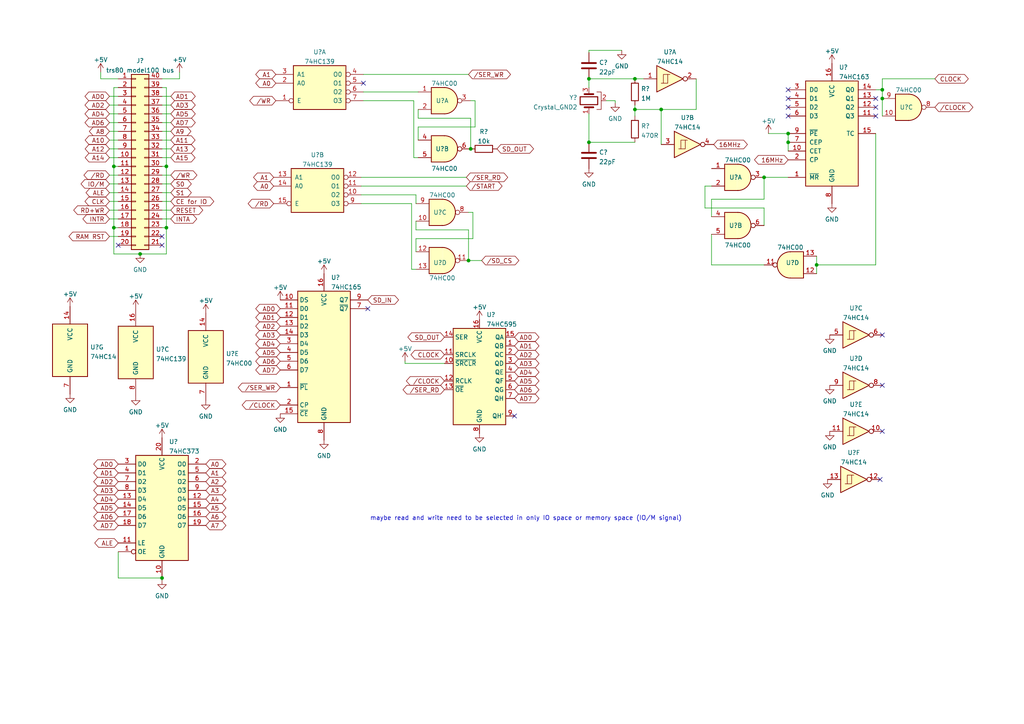
<source format=kicad_sch>
(kicad_sch (version 20211123) (generator eeschema)
  (paper "A4")
  (lib_symbols
    (symbol "74xx:74HC14" (pin_names (offset 1.016))
      (property "Reference" "U" (at 0 1.27 0))
      (property "Value" "74HC14" (at 0 -1.27 0))
      (symbol "74HC14_1_0"
        (pin input line (at -7.62 0 0) (length 3.81) (name "~") (number "1"))
        (pin output inverted (at 7.62 0 180) (length 3.81) (name "~") (number "2"))
      )
      (symbol "74HC14_2_0"
        (pin input line (at -7.62 0 0) (length 3.81) (name "~") (number "3"))
        (pin output inverted (at 7.62 0 180) (length 3.81) (name "~") (number "4"))
      )
      (symbol "74HC14_3_0"
        (pin input line (at -7.62 0 0) (length 3.81) (name "~") (number "5"))
        (pin output inverted (at 7.62 0 180) (length 3.81) (name "~") (number "6"))
      )
      (symbol "74HC14_4_0"
        (pin output inverted (at 7.62 0 180) (length 3.81) (name "~") (number "8"))
        (pin input line (at -7.62 0 0) (length 3.81) (name "~") (number "9"))
      )
      (symbol "74HC14_5_0"
        (pin output inverted (at 7.62 0 180) (length 3.81) (name "~") (number "10"))
        (pin input line (at -7.62 0 0) (length 3.81) (name "~") (number "11"))
      )
      (symbol "74HC14_6_0"
        (pin output inverted (at 7.62 0 180) (length 3.81) (name "~") (number "12"))
        (pin input line (at -7.62 0 0) (length 3.81) (name "~") (number "13"))
      )
      (symbol "74HC14_7_0"
        (pin power_in line (at 0 12.7 270) (length 5.08) (name "VCC") (number "14"))
        (pin power_in line (at 0 -12.7 90) (length 5.08) (name "GND") (number "7"))
      )
    )
    (symbol "74xx:74HC373"
      (property "Reference" "U" (at -7.62 16.51 0))
      (property "Value" "74HC373" (at -7.62 -16.51 0))
      (symbol "74HC373_1_0"
        (pin input inverted (at -12.7 -12.7 0) (length 5.08) (name "OE") (number "1"))
        (pin power_in line (at 0 -20.32 90) (length 5.08) (name "GND") (number "10"))
        (pin input line (at -12.7 -10.16 0) (length 5.08) (name "LE") (number "11"))
        (pin tri_state line (at 12.7 2.54 180) (length 5.08) (name "O4") (number "12"))
        (pin input line (at -12.7 2.54 0) (length 5.08) (name "D4") (number "13"))
        (pin input line (at -12.7 0 0) (length 5.08) (name "D5") (number "14"))
        (pin tri_state line (at 12.7 0 180) (length 5.08) (name "O5") (number "15"))
        (pin tri_state line (at 12.7 -2.54 180) (length 5.08) (name "O6") (number "16"))
        (pin input line (at -12.7 -2.54 0) (length 5.08) (name "D6") (number "17"))
        (pin input line (at -12.7 -5.08 0) (length 5.08) (name "D7") (number "18"))
        (pin tri_state line (at 12.7 -5.08 180) (length 5.08) (name "O7") (number "19"))
        (pin tri_state line (at 12.7 12.7 180) (length 5.08) (name "O0") (number "2"))
        (pin power_in line (at 0 20.32 270) (length 5.08) (name "VCC") (number "20"))
        (pin input line (at -12.7 12.7 0) (length 5.08) (name "D0") (number "3"))
        (pin input line (at -12.7 10.16 0) (length 5.08) (name "D1") (number "4"))
        (pin tri_state line (at 12.7 10.16 180) (length 5.08) (name "O1") (number "5"))
        (pin tri_state line (at 12.7 7.62 180) (length 5.08) (name "O2") (number "6"))
        (pin input line (at -12.7 7.62 0) (length 5.08) (name "D2") (number "7"))
        (pin input line (at -12.7 5.08 0) (length 5.08) (name "D3") (number "8"))
        (pin tri_state line (at 12.7 5.08 180) (length 5.08) (name "O3") (number "9"))
      )
    )
    (symbol "74xx:74LS00" (pin_names (offset 1.016))
      (property "Reference" "U" (at 0 1.27 0))
      (property "Value" "74LS00" (at 0 -1.27 0))
      (symbol "74LS00_1_1"
        (pin input line (at -7.62 2.54 0) (length 3.81) (name "~") (number "1"))
        (pin input line (at -7.62 -2.54 0) (length 3.81) (name "~") (number "2"))
        (pin output inverted (at 7.62 0 180) (length 3.81) (name "~") (number "3"))
      )
      (symbol "74LS00_1_2"
        (pin input inverted (at -7.62 2.54 0) (length 4.318) (name "~") (number "1"))
        (pin input inverted (at -7.62 -2.54 0) (length 4.318) (name "~") (number "2"))
        (pin output line (at 7.62 0 180) (length 3.81) (name "~") (number "3"))
      )
      (symbol "74LS00_2_1"
        (pin input line (at -7.62 2.54 0) (length 3.81) (name "~") (number "4"))
        (pin input line (at -7.62 -2.54 0) (length 3.81) (name "~") (number "5"))
        (pin output inverted (at 7.62 0 180) (length 3.81) (name "~") (number "6"))
      )
      (symbol "74LS00_2_2"
        (pin input inverted (at -7.62 2.54 0) (length 4.318) (name "~") (number "4"))
        (pin input inverted (at -7.62 -2.54 0) (length 4.318) (name "~") (number "5"))
        (pin output line (at 7.62 0 180) (length 3.81) (name "~") (number "6"))
      )
      (symbol "74LS00_3_1"
        (pin input line (at -7.62 -2.54 0) (length 3.81) (name "~") (number "10"))
        (pin output inverted (at 7.62 0 180) (length 3.81) (name "~") (number "8"))
        (pin input line (at -7.62 2.54 0) (length 3.81) (name "~") (number "9"))
      )
      (symbol "74LS00_3_2"
        (pin input inverted (at -7.62 -2.54 0) (length 4.318) (name "~") (number "10"))
        (pin output line (at 7.62 0 180) (length 3.81) (name "~") (number "8"))
        (pin input inverted (at -7.62 2.54 0) (length 4.318) (name "~") (number "9"))
      )
      (symbol "74LS00_4_1"
        (pin output inverted (at 7.62 0 180) (length 3.81) (name "~") (number "11"))
        (pin input line (at -7.62 2.54 0) (length 3.81) (name "~") (number "12"))
        (pin input line (at -7.62 -2.54 0) (length 3.81) (name "~") (number "13"))
      )
      (symbol "74LS00_4_2"
        (pin output line (at 7.62 0 180) (length 3.81) (name "~") (number "11"))
        (pin input inverted (at -7.62 2.54 0) (length 4.318) (name "~") (number "12"))
        (pin input inverted (at -7.62 -2.54 0) (length 4.318) (name "~") (number "13"))
      )
      (symbol "74LS00_5_0"
        (pin power_in line (at 0 12.7 270) (length 5.08) (name "VCC") (number "14"))
        (pin power_in line (at 0 -12.7 90) (length 5.08) (name "GND") (number "7"))
      )
    )
    (symbol "74xx:74LS139" (pin_names (offset 1.016))
      (property "Reference" "U" (at -7.62 8.89 0))
      (property "Value" "74LS139" (at -7.62 -8.89 0))
      (symbol "74LS139_1_0"
        (pin input inverted (at -12.7 -5.08 0) (length 5.08) (name "E") (number "1"))
        (pin input line (at -12.7 0 0) (length 5.08) (name "A0") (number "2"))
        (pin input line (at -12.7 2.54 0) (length 5.08) (name "A1") (number "3"))
        (pin output inverted (at 12.7 2.54 180) (length 5.08) (name "O0") (number "4"))
        (pin output inverted (at 12.7 0 180) (length 5.08) (name "O1") (number "5"))
        (pin output inverted (at 12.7 -2.54 180) (length 5.08) (name "O2") (number "6"))
        (pin output inverted (at 12.7 -5.08 180) (length 5.08) (name "O3") (number "7"))
      )
      (symbol "74LS139_2_0"
        (pin output inverted (at 12.7 -2.54 180) (length 5.08) (name "O2") (number "10"))
        (pin output inverted (at 12.7 0 180) (length 5.08) (name "O1") (number "11"))
        (pin output inverted (at 12.7 2.54 180) (length 5.08) (name "O0") (number "12"))
        (pin input line (at -12.7 2.54 0) (length 5.08) (name "A1") (number "13"))
        (pin input line (at -12.7 0 0) (length 5.08) (name "A0") (number "14"))
        (pin input inverted (at -12.7 -5.08 0) (length 5.08) (name "E") (number "15"))
        (pin output inverted (at 12.7 -5.08 180) (length 5.08) (name "O3") (number "9"))
      )
      (symbol "74LS139_3_0"
        (pin power_in line (at 0 12.7 270) (length 5.08) (name "VCC") (number "16"))
        (pin power_in line (at 0 -12.7 90) (length 5.08) (name "GND") (number "8"))
      )
    )
    (symbol "74xx:74LS163" (pin_names (offset 1.016))
      (property "Reference" "U" (at -7.62 16.51 0))
      (property "Value" "74LS163" (at -7.62 -16.51 0))
      (symbol "74LS163_1_0"
        (pin input line (at -12.7 -12.7 0) (length 5.08) (name "~{MR}") (number "1"))
        (pin input line (at -12.7 -5.08 0) (length 5.08) (name "CET") (number "10"))
        (pin output line (at 12.7 5.08 180) (length 5.08) (name "Q3") (number "11"))
        (pin output line (at 12.7 7.62 180) (length 5.08) (name "Q2") (number "12"))
        (pin output line (at 12.7 10.16 180) (length 5.08) (name "Q1") (number "13"))
        (pin output line (at 12.7 12.7 180) (length 5.08) (name "Q0") (number "14"))
        (pin output line (at 12.7 0 180) (length 5.08) (name "TC") (number "15"))
        (pin power_in line (at 0 20.32 270) (length 5.08) (name "VCC") (number "16"))
        (pin input line (at -12.7 -7.62 0) (length 5.08) (name "CP") (number "2"))
        (pin input line (at -12.7 12.7 0) (length 5.08) (name "D0") (number "3"))
        (pin input line (at -12.7 10.16 0) (length 5.08) (name "D1") (number "4"))
        (pin input line (at -12.7 7.62 0) (length 5.08) (name "D2") (number "5"))
        (pin input line (at -12.7 5.08 0) (length 5.08) (name "D3") (number "6"))
        (pin input line (at -12.7 -2.54 0) (length 5.08) (name "CEP") (number "7"))
        (pin power_in line (at 0 -20.32 90) (length 5.08) (name "GND") (number "8"))
        (pin input line (at -12.7 0 0) (length 5.08) (name "~{PE}") (number "9"))
      )
    )
    (symbol "74xx:74LS165"
      (property "Reference" "U" (at -7.62 19.05 0))
      (property "Value" "74LS165" (at -7.62 -21.59 0))
      (symbol "74LS165_1_0"
        (pin input line (at -12.7 -10.16 0) (length 5.08) (name "~{PL}") (number "1"))
        (pin input line (at -12.7 15.24 0) (length 5.08) (name "DS") (number "10"))
        (pin input line (at -12.7 12.7 0) (length 5.08) (name "D0") (number "11"))
        (pin input line (at -12.7 10.16 0) (length 5.08) (name "D1") (number "12"))
        (pin input line (at -12.7 7.62 0) (length 5.08) (name "D2") (number "13"))
        (pin input line (at -12.7 5.08 0) (length 5.08) (name "D3") (number "14"))
        (pin input line (at -12.7 -17.78 0) (length 5.08) (name "~{CE}") (number "15"))
        (pin power_in line (at 0 22.86 270) (length 5.08) (name "VCC") (number "16"))
        (pin input line (at -12.7 -15.24 0) (length 5.08) (name "CP") (number "2"))
        (pin input line (at -12.7 2.54 0) (length 5.08) (name "D4") (number "3"))
        (pin input line (at -12.7 0 0) (length 5.08) (name "D5") (number "4"))
        (pin input line (at -12.7 -2.54 0) (length 5.08) (name "D6") (number "5"))
        (pin input line (at -12.7 -5.08 0) (length 5.08) (name "D7") (number "6"))
        (pin output line (at 12.7 12.7 180) (length 5.08) (name "~{Q7}") (number "7"))
        (pin power_in line (at 0 -25.4 90) (length 5.08) (name "GND") (number "8"))
        (pin output line (at 12.7 15.24 180) (length 5.08) (name "Q7") (number "9"))
      )
    )
    (symbol "74xx:74LS595"
      (property "Reference" "U" (at -7.62 13.97 0))
      (property "Value" "74LS595" (at -7.62 -16.51 0))
      (symbol "74LS595_1_0"
        (pin tri_state line (at 10.16 7.62 180) (length 2.54) (name "QB") (number "1"))
        (pin input line (at -10.16 2.54 0) (length 2.54) (name "~{SRCLR}") (number "10"))
        (pin input line (at -10.16 5.08 0) (length 2.54) (name "SRCLK") (number "11"))
        (pin input line (at -10.16 -2.54 0) (length 2.54) (name "RCLK") (number "12"))
        (pin input line (at -10.16 -5.08 0) (length 2.54) (name "~{OE}") (number "13"))
        (pin input line (at -10.16 10.16 0) (length 2.54) (name "SER") (number "14"))
        (pin tri_state line (at 10.16 10.16 180) (length 2.54) (name "QA") (number "15"))
        (pin power_in line (at 0 15.24 270) (length 2.54) (name "VCC") (number "16"))
        (pin tri_state line (at 10.16 5.08 180) (length 2.54) (name "QC") (number "2"))
        (pin tri_state line (at 10.16 2.54 180) (length 2.54) (name "QD") (number "3"))
        (pin tri_state line (at 10.16 0 180) (length 2.54) (name "QE") (number "4"))
        (pin tri_state line (at 10.16 -2.54 180) (length 2.54) (name "QF") (number "5"))
        (pin tri_state line (at 10.16 -5.08 180) (length 2.54) (name "QG") (number "6"))
        (pin tri_state line (at 10.16 -7.62 180) (length 2.54) (name "QH") (number "7"))
        (pin power_in line (at 0 -17.78 90) (length 2.54) (name "GND") (number "8"))
        (pin output line (at 10.16 -12.7 180) (length 2.54) (name "QH'") (number "9"))
      )
    )
    (symbol "Connector_Generic:Conn_02x20_Counter_Clockwise" (pin_names (offset 1.016) hide)
      (property "Reference" "J" (at 1.27 25.4 0))
      (property "Value" "Conn_02x20_Counter_Clockwise" (at 1.27 -27.94 0))
      (symbol "Conn_02x20_Counter_Clockwise_1_1"
        (pin passive line (at -5.08 22.86 0) (length 3.81) (name "Pin_1") (number "1"))
        (pin passive line (at -5.08 0 0) (length 3.81) (name "Pin_10") (number "10"))
        (pin passive line (at -5.08 -2.54 0) (length 3.81) (name "Pin_11") (number "11"))
        (pin passive line (at -5.08 -5.08 0) (length 3.81) (name "Pin_12") (number "12"))
        (pin passive line (at -5.08 -7.62 0) (length 3.81) (name "Pin_13") (number "13"))
        (pin passive line (at -5.08 -10.16 0) (length 3.81) (name "Pin_14") (number "14"))
        (pin passive line (at -5.08 -12.7 0) (length 3.81) (name "Pin_15") (number "15"))
        (pin passive line (at -5.08 -15.24 0) (length 3.81) (name "Pin_16") (number "16"))
        (pin passive line (at -5.08 -17.78 0) (length 3.81) (name "Pin_17") (number "17"))
        (pin passive line (at -5.08 -20.32 0) (length 3.81) (name "Pin_18") (number "18"))
        (pin passive line (at -5.08 -22.86 0) (length 3.81) (name "Pin_19") (number "19"))
        (pin passive line (at -5.08 20.32 0) (length 3.81) (name "Pin_2") (number "2"))
        (pin passive line (at -5.08 -25.4 0) (length 3.81) (name "Pin_20") (number "20"))
        (pin passive line (at 7.62 -25.4 180) (length 3.81) (name "Pin_21") (number "21"))
        (pin passive line (at 7.62 -22.86 180) (length 3.81) (name "Pin_22") (number "22"))
        (pin passive line (at 7.62 -20.32 180) (length 3.81) (name "Pin_23") (number "23"))
        (pin passive line (at 7.62 -17.78 180) (length 3.81) (name "Pin_24") (number "24"))
        (pin passive line (at 7.62 -15.24 180) (length 3.81) (name "Pin_25") (number "25"))
        (pin passive line (at 7.62 -12.7 180) (length 3.81) (name "Pin_26") (number "26"))
        (pin passive line (at 7.62 -10.16 180) (length 3.81) (name "Pin_27") (number "27"))
        (pin passive line (at 7.62 -7.62 180) (length 3.81) (name "Pin_28") (number "28"))
        (pin passive line (at 7.62 -5.08 180) (length 3.81) (name "Pin_29") (number "29"))
        (pin passive line (at -5.08 17.78 0) (length 3.81) (name "Pin_3") (number "3"))
        (pin passive line (at 7.62 -2.54 180) (length 3.81) (name "Pin_30") (number "30"))
        (pin passive line (at 7.62 0 180) (length 3.81) (name "Pin_31") (number "31"))
        (pin passive line (at 7.62 2.54 180) (length 3.81) (name "Pin_32") (number "32"))
        (pin passive line (at 7.62 5.08 180) (length 3.81) (name "Pin_33") (number "33"))
        (pin passive line (at 7.62 7.62 180) (length 3.81) (name "Pin_34") (number "34"))
        (pin passive line (at 7.62 10.16 180) (length 3.81) (name "Pin_35") (number "35"))
        (pin passive line (at 7.62 12.7 180) (length 3.81) (name "Pin_36") (number "36"))
        (pin passive line (at 7.62 15.24 180) (length 3.81) (name "Pin_37") (number "37"))
        (pin passive line (at 7.62 17.78 180) (length 3.81) (name "Pin_38") (number "38"))
        (pin passive line (at 7.62 20.32 180) (length 3.81) (name "Pin_39") (number "39"))
        (pin passive line (at -5.08 15.24 0) (length 3.81) (name "Pin_4") (number "4"))
        (pin passive line (at 7.62 22.86 180) (length 3.81) (name "Pin_40") (number "40"))
        (pin passive line (at -5.08 12.7 0) (length 3.81) (name "Pin_5") (number "5"))
        (pin passive line (at -5.08 10.16 0) (length 3.81) (name "Pin_6") (number "6"))
        (pin passive line (at -5.08 7.62 0) (length 3.81) (name "Pin_7") (number "7"))
        (pin passive line (at -5.08 5.08 0) (length 3.81) (name "Pin_8") (number "8"))
        (pin passive line (at -5.08 2.54 0) (length 3.81) (name "Pin_9") (number "9"))
      )
    )
    (symbol "Device:C" (pin_numbers hide) (pin_names (offset 0.254))
      (property "Reference" "C" (at 0.635 2.54 0))
      (property "Value" "C" (at 0.635 -2.54 0))
      (symbol "C_1_1"
        (pin passive line (at 0 3.81 270) (length 2.794) (name "~") (number "1"))
        (pin passive line (at 0 -3.81 90) (length 2.794) (name "~") (number "2"))
      )
    )
    (symbol "Device:Crystal_GND2" (pin_names (offset 1.016) hide)
      (property "Reference" "Y" (at 0 5.715 0))
      (property "Value" "Crystal_GND2" (at 0 3.81 0))
      (symbol "Crystal_GND2_1_1"
        (pin passive line (at -3.81 0 0) (length 1.27) (name "1") (number "1"))
        (pin passive line (at 0 -5.08 90) (length 1.27) (name "2") (number "2"))
        (pin passive line (at 3.81 0 180) (length 1.27) (name "3") (number "3"))
      )
    )
    (symbol "Device:R" (pin_numbers hide) (pin_names (offset 0))
      (property "Reference" "R" (at 2.032 0 90))
      (property "Value" "R" (at 0 0 90))
      (symbol "R_1_1"
        (pin passive line (at 0 3.81 270) (length 1.27) (name "~") (number "1"))
        (pin passive line (at 0 -3.81 90) (length 1.27) (name "~") (number "2"))
      )
    )
    (symbol "power:+5V" (power) (pin_names (offset 0))
      (property "Value" "+5V" (at 0 3.556 0))
      (symbol "+5V_1_1"
        (pin power_in line (at 0 0 90) (length 0) hide (name "+5V") (number "1"))
      )
    )
    (symbol "power:GND" (power) (pin_names (offset 0))
      (property "Value" "GND" (at 0 -3.81 0))
      (symbol "GND_1_1"
        (pin power_in line (at 0 0 270) (length 0) hide (name "GND") (number "1"))
      )
    )
  )
  (junction (at 228.6 38.735))
  (junction (at 48.26 48.26))
  (junction (at 40.64 73.66))
  (junction (at 184.15 22.86))
  (junction (at 184.15 31.75))
  (junction (at 170.815 22.86))
  (junction (at 236.855 76.835))
  (junction (at 33.02 48.26))
  (junction (at 191.77 31.75))
  (junction (at 228.6 41.275))
  (junction (at 135.89 75.565))
  (junction (at 48.26 66.04))
  (junction (at 136.525 43.18))
  (junction (at 46.99 167.64))
  (junction (at 255.905 28.575))
  (junction (at 255.905 26.035))
  (junction (at 170.815 41.275))
  (junction (at 33.02 66.04))
  (junction (at 221.615 51.435))
  (no_connect (at 228.6 28.575))
  (no_connect (at 228.6 26.035))
  (no_connect (at 228.6 31.115))
  (no_connect (at 228.6 33.655))
  (no_connect (at 106.68 89.535))
  (no_connect (at 149.225 120.65))
  (no_connect (at 34.29 71.12))
  (no_connect (at 46.99 68.58))
  (no_connect (at 46.99 71.12))
  (no_connect (at 254 28.575))
  (no_connect (at 254 31.115))
  (no_connect (at 254 33.655))
  (no_connect (at 255.905 97.155))
  (no_connect (at 255.905 111.76))
  (no_connect (at 255.905 125.095))
  (no_connect (at 255.27 139.065))
  (no_connect (at 105.41 24.13))
  (wire (pts (xy 170.815 33.02) (xy 170.815 41.275)))
  (wire (pts (xy 184.15 31.75) (xy 184.15 33.655)))
  (wire (pts (xy 46.99 27.94) (xy 49.53 27.94)))
  (wire (pts (xy 236.855 76.835) (xy 236.855 79.375)))
  (wire (pts (xy 137.16 61.595) (xy 137.16 69.215)))
  (wire (pts (xy 228.6 41.275) (xy 228.6 38.735)))
  (wire (pts (xy 201.93 22.86) (xy 201.93 31.75)))
  (wire (pts (xy 137.795 29.21) (xy 137.795 36.83)))
  (wire (pts (xy 46.99 45.72) (xy 49.53 45.72)))
  (wire (pts (xy 117.475 105.41) (xy 117.475 104.775)))
  (wire (pts (xy 120.65 64.135) (xy 120.65 66.675)))
  (wire (pts (xy 221.615 76.835) (xy 206.375 76.835)))
  (wire (pts (xy 31.75 35.56) (xy 34.29 35.56)))
  (wire (pts (xy 34.29 160.02) (xy 34.29 167.64)))
  (wire (pts (xy 178.435 29.21) (xy 178.435 29.845)))
  (wire (pts (xy 206.375 76.835) (xy 206.375 67.945)))
  (wire (pts (xy 46.99 55.88) (xy 49.53 55.88)))
  (wire (pts (xy 170.815 41.275) (xy 184.15 41.275)))
  (wire (pts (xy 191.77 31.75) (xy 201.93 31.75)))
  (wire (pts (xy 254 38.735) (xy 254 76.835)))
  (wire (pts (xy 120.65 66.675) (xy 135.89 66.675)))
  (wire (pts (xy 119.38 59.055) (xy 119.38 78.105)))
  (wire (pts (xy 52.07 22.86) (xy 46.99 22.86)))
  (wire (pts (xy 31.75 68.58) (xy 34.29 68.58)))
  (wire (pts (xy 170.815 22.86) (xy 170.815 25.4)))
  (wire (pts (xy 184.15 31.75) (xy 191.77 31.75)))
  (wire (pts (xy 221.615 60.325) (xy 221.615 65.405)))
  (wire (pts (xy 221.615 51.435) (xy 228.6 51.435)))
  (wire (pts (xy 137.795 36.83) (xy 121.285 36.83)))
  (wire (pts (xy 184.15 30.48) (xy 184.15 31.75)))
  (wire (pts (xy 34.29 22.86) (xy 29.21 22.86)))
  (wire (pts (xy 180.34 14.605) (xy 170.815 14.605)))
  (wire (pts (xy 228.6 38.735) (xy 222.885 38.735)))
  (wire (pts (xy 228.6 43.815) (xy 228.6 41.275)))
  (wire (pts (xy 105.41 29.21) (xy 120.015 29.21)))
  (wire (pts (xy 120.65 56.515) (xy 120.65 59.055)))
  (wire (pts (xy 46.99 60.96) (xy 49.53 60.96)))
  (wire (pts (xy 104.775 56.515) (xy 120.65 56.515)))
  (wire (pts (xy 34.29 167.64) (xy 46.99 167.64)))
  (wire (pts (xy 31.75 63.5) (xy 34.29 63.5)))
  (wire (pts (xy 29.21 22.86) (xy 29.21 20.955)))
  (wire (pts (xy 105.41 26.67) (xy 121.285 26.67)))
  (wire (pts (xy 221.615 51.435) (xy 221.615 57.785)))
  (wire (pts (xy 31.75 27.94) (xy 34.29 27.94)))
  (wire (pts (xy 206.375 57.785) (xy 206.375 62.865)))
  (wire (pts (xy 46.99 25.4) (xy 48.26 25.4)))
  (wire (pts (xy 104.775 59.055) (xy 119.38 59.055)))
  (wire (pts (xy 33.02 48.26) (xy 34.29 48.26)))
  (wire (pts (xy 31.75 53.34) (xy 34.29 53.34)))
  (wire (pts (xy 204.47 60.325) (xy 221.615 60.325)))
  (wire (pts (xy 31.75 50.8) (xy 34.29 50.8)))
  (wire (pts (xy 31.75 55.88) (xy 34.29 55.88)))
  (wire (pts (xy 206.375 53.975) (xy 204.47 53.975)))
  (wire (pts (xy 136.525 34.29) (xy 136.525 43.18)))
  (wire (pts (xy 46.99 43.18) (xy 49.53 43.18)))
  (wire (pts (xy 46.99 33.02) (xy 49.53 33.02)))
  (wire (pts (xy 135.89 61.595) (xy 137.16 61.595)))
  (wire (pts (xy 104.775 53.975) (xy 135.255 53.975)))
  (wire (pts (xy 46.99 35.56) (xy 49.53 35.56)))
  (wire (pts (xy 31.75 33.02) (xy 34.29 33.02)))
  (wire (pts (xy 33.02 48.26) (xy 33.02 66.04)))
  (wire (pts (xy 52.07 20.955) (xy 52.07 22.86)))
  (wire (pts (xy 120.65 69.215) (xy 120.65 73.025)))
  (wire (pts (xy 255.905 22.86) (xy 271.145 22.86)))
  (wire (pts (xy 175.895 29.21) (xy 178.435 29.21)))
  (wire (pts (xy 31.75 45.72) (xy 34.29 45.72)))
  (wire (pts (xy 191.77 31.75) (xy 191.77 41.91)))
  (wire (pts (xy 31.75 43.18) (xy 34.29 43.18)))
  (wire (pts (xy 46.99 30.48) (xy 49.53 30.48)))
  (wire (pts (xy 184.15 22.86) (xy 170.815 22.86)))
  (wire (pts (xy 254 76.835) (xy 236.855 76.835)))
  (wire (pts (xy 121.285 31.75) (xy 121.285 34.29)))
  (wire (pts (xy 46.99 63.5) (xy 49.53 63.5)))
  (wire (pts (xy 121.285 34.29) (xy 136.525 34.29)))
  (wire (pts (xy 46.99 50.8) (xy 49.53 50.8)))
  (wire (pts (xy 48.26 66.04) (xy 46.99 66.04)))
  (wire (pts (xy 48.26 66.04) (xy 48.26 73.66)))
  (wire (pts (xy 34.29 66.04) (xy 33.02 66.04)))
  (wire (pts (xy 254 26.035) (xy 255.905 26.035)))
  (wire (pts (xy 136.525 29.21) (xy 137.795 29.21)))
  (wire (pts (xy 255.905 26.035) (xy 255.905 28.575)))
  (wire (pts (xy 135.89 66.675) (xy 135.89 75.565)))
  (wire (pts (xy 137.16 69.215) (xy 120.65 69.215)))
  (wire (pts (xy 33.02 25.4) (xy 33.02 48.26)))
  (wire (pts (xy 46.99 40.64) (xy 49.53 40.64)))
  (wire (pts (xy 255.905 26.035) (xy 255.905 22.86)))
  (wire (pts (xy 48.26 48.26) (xy 48.26 66.04)))
  (wire (pts (xy 121.285 36.83) (xy 121.285 40.64)))
  (wire (pts (xy 104.775 51.435) (xy 135.255 51.435)))
  (wire (pts (xy 119.38 78.105) (xy 120.65 78.105)))
  (wire (pts (xy 48.26 25.4) (xy 48.26 48.26)))
  (wire (pts (xy 236.855 74.295) (xy 236.855 76.835)))
  (wire (pts (xy 204.47 53.975) (xy 204.47 60.325)))
  (wire (pts (xy 120.015 29.21) (xy 120.015 45.72)))
  (wire (pts (xy 46.99 58.42) (xy 49.53 58.42)))
  (wire (pts (xy 34.29 25.4) (xy 33.02 25.4)))
  (wire (pts (xy 184.15 22.86) (xy 186.69 22.86)))
  (wire (pts (xy 128.905 105.41) (xy 117.475 105.41)))
  (wire (pts (xy 120.015 45.72) (xy 121.285 45.72)))
  (wire (pts (xy 170.815 14.605) (xy 170.815 15.24)))
  (wire (pts (xy 105.41 21.59) (xy 135.89 21.59)))
  (wire (pts (xy 48.26 48.26) (xy 46.99 48.26)))
  (wire (pts (xy 31.75 58.42) (xy 34.29 58.42)))
  (wire (pts (xy 46.99 167.64) (xy 46.99 168.275)))
  (wire (pts (xy 255.905 28.575) (xy 255.905 33.655)))
  (wire (pts (xy 31.75 40.64) (xy 34.29 40.64)))
  (wire (pts (xy 31.75 60.96) (xy 34.29 60.96)))
  (wire (pts (xy 135.89 75.565) (xy 139.7 75.565)))
  (wire (pts (xy 40.64 73.66) (xy 33.02 73.66)))
  (wire (pts (xy 46.99 38.1) (xy 49.53 38.1)))
  (wire (pts (xy 31.75 38.1) (xy 34.29 38.1)))
  (wire (pts (xy 31.75 30.48) (xy 34.29 30.48)))
  (wire (pts (xy 40.64 73.66) (xy 48.26 73.66)))
  (wire (pts (xy 221.615 57.785) (xy 206.375 57.785)))
  (wire (pts (xy 46.99 53.34) (xy 49.53 53.34)))
  (wire (pts (xy 33.02 66.04) (xy 33.02 73.66)))
  (text "maybe read and write need to be selected in only IO space or memory space (IO/M signal)\n" (at 107.315 151.13 0) (effects (font (size 1.27 1.27)) (justify left bottom)))
  (text "we need 4 ports for this exact circuit\na write to $00 writes a byte out\na write to $01 goes nowhere\na write to $02 sets (or unsets?) the SD_OUT teltale to see if a spi device is present\nand a write to $03 does the opposite\na read from $02 and $03 set or unset the CS line\nwhich we may not care about\na read from $01 asynchronously clocks in 8 data bits to a shift register (kicks it off)\nand a read from $00 retrives those bits\nI'd say we can cut that down to 2 ports if we lose the checking for sd card thing and selecting/unselecting the sd card\nsince we are always going to have the esp32 selected (right?) and it will be soldered on and not unplugged" (at 76.2 -3.175 0) (effects (font (size 1.27 1.27)) (justify left bottom)))
  (global_label "A7" (shape bidirectional) (at 59.69 152.4 0) (property "Intersheet References" "${INTERSHEET_REFS}" (effects hide)))
  (global_label "INTA" (shape bidirectional) (at 49.53 63.5 0) (property "Intersheet References" "${INTERSHEET_REFS}" (effects hide)))
  (global_label "AD4" (shape bidirectional) (at 34.29 144.78 180) (property "Intersheet References" "${INTERSHEET_REFS}" (effects hide)))
  (global_label "{slash}WR" (shape bidirectional) (at 80.01 29.21 180) (property "Intersheet References" "${INTERSHEET_REFS}" (effects hide)))
  (global_label "16MHz" (shape bidirectional) (at 228.6 46.355 180) (property "Intersheet References" "${INTERSHEET_REFS}" (effects hide)))
  (global_label "A10" (shape bidirectional) (at 31.75 40.64 180) (property "Intersheet References" "${INTERSHEET_REFS}" (effects hide)))
  (global_label "S1" (shape bidirectional) (at 49.53 55.88 0) (property "Intersheet References" "${INTERSHEET_REFS}" (effects hide)))
  (global_label "RESET" (shape bidirectional) (at 49.53 60.96 0) (property "Intersheet References" "${INTERSHEET_REFS}" (effects hide)))
  (global_label "{slash}SER_RD" (shape bidirectional) (at 135.255 51.435 0) (property "Intersheet References" "${INTERSHEET_REFS}" (effects hide)))
  (global_label "AD2" (shape bidirectional) (at 149.225 102.87 0) (property "Intersheet References" "${INTERSHEET_REFS}" (effects hide)))
  (global_label "AD0" (shape bidirectional) (at 81.28 89.535 180) (property "Intersheet References" "${INTERSHEET_REFS}" (effects hide)))
  (global_label "AD1" (shape bidirectional) (at 34.29 137.16 180) (property "Intersheet References" "${INTERSHEET_REFS}" (effects hide)))
  (global_label "A15" (shape bidirectional) (at 49.53 45.72 0) (property "Intersheet References" "${INTERSHEET_REFS}" (effects hide)))
  (global_label "RD+WR" (shape bidirectional) (at 31.75 60.96 180) (property "Intersheet References" "${INTERSHEET_REFS}" (effects hide)))
  (global_label "A6" (shape bidirectional) (at 59.69 149.86 0) (property "Intersheet References" "${INTERSHEET_REFS}" (effects hide)))
  (global_label "AD2" (shape bidirectional) (at 34.29 139.7 180) (property "Intersheet References" "${INTERSHEET_REFS}" (effects hide)))
  (global_label "CLK" (shape bidirectional) (at 31.75 58.42 180) (property "Intersheet References" "${INTERSHEET_REFS}" (effects hide)))
  (global_label "{slash}CLOCK" (shape bidirectional) (at 128.905 110.49 180) (property "Intersheet References" "${INTERSHEET_REFS}" (effects hide)))
  (global_label "AD4" (shape bidirectional) (at 31.75 33.02 180) (property "Intersheet References" "${INTERSHEET_REFS}" (effects hide)))
  (global_label "{slash}RD" (shape bidirectional) (at 79.375 59.055 180) (property "Intersheet References" "${INTERSHEET_REFS}" (effects hide)))
  (global_label "A5" (shape bidirectional) (at 59.69 147.32 0) (property "Intersheet References" "${INTERSHEET_REFS}" (effects hide)))
  (global_label "{slash}START" (shape bidirectional) (at 135.255 53.975 0) (property "Intersheet References" "${INTERSHEET_REFS}" (effects hide)))
  (global_label "A0" (shape bidirectional) (at 59.69 134.62 0) (property "Intersheet References" "${INTERSHEET_REFS}" (effects hide)))
  (global_label "RAM RST" (shape bidirectional) (at 31.75 68.58 180) (property "Intersheet References" "${INTERSHEET_REFS}" (effects hide)))
  (global_label "IO{slash}M" (shape bidirectional) (at 31.75 53.34 180) (property "Intersheet References" "${INTERSHEET_REFS}" (effects hide)))
  (global_label "AD4" (shape bidirectional) (at 81.28 99.695 180) (property "Intersheet References" "${INTERSHEET_REFS}" (effects hide)))
  (global_label "AD5" (shape bidirectional) (at 34.29 147.32 180) (property "Intersheet References" "${INTERSHEET_REFS}" (effects hide)))
  (global_label "A3" (shape bidirectional) (at 59.69 142.24 0) (property "Intersheet References" "${INTERSHEET_REFS}" (effects hide)))
  (global_label "{slash}SER_WR" (shape bidirectional) (at 135.89 21.59 0) (property "Intersheet References" "${INTERSHEET_REFS}" (effects hide)))
  (global_label "A0" (shape bidirectional) (at 80.01 24.13 180) (property "Intersheet References" "${INTERSHEET_REFS}" (effects hide)))
  (global_label "CE for IO" (shape bidirectional) (at 49.53 58.42 0) (property "Intersheet References" "${INTERSHEET_REFS}" (effects hide)))
  (global_label "{slash}SER_RD" (shape bidirectional) (at 128.905 113.03 180) (property "Intersheet References" "${INTERSHEET_REFS}" (effects hide)))
  (global_label "A2" (shape bidirectional) (at 59.69 139.7 0) (property "Intersheet References" "${INTERSHEET_REFS}" (effects hide)))
  (global_label "AD3" (shape bidirectional) (at 34.29 142.24 180) (property "Intersheet References" "${INTERSHEET_REFS}" (effects hide)))
  (global_label "AD5" (shape bidirectional) (at 149.225 110.49 0) (property "Intersheet References" "${INTERSHEET_REFS}" (effects hide)))
  (global_label "AD6" (shape bidirectional) (at 34.29 149.86 180) (property "Intersheet References" "${INTERSHEET_REFS}" (effects hide)))
  (global_label "AD1" (shape bidirectional) (at 81.28 92.075 180) (property "Intersheet References" "${INTERSHEET_REFS}" (effects hide)))
  (global_label "ALE" (shape bidirectional) (at 34.29 157.48 180) (property "Intersheet References" "${INTERSHEET_REFS}" (effects hide)))
  (global_label "AD6" (shape bidirectional) (at 31.75 35.56 180) (property "Intersheet References" "${INTERSHEET_REFS}" (effects hide)))
  (global_label "INTR" (shape bidirectional) (at 31.75 63.5 180) (property "Intersheet References" "${INTERSHEET_REFS}" (effects hide)))
  (global_label "{slash}CLOCK" (shape bidirectional) (at 271.145 31.115 0) (property "Intersheet References" "${INTERSHEET_REFS}" (effects hide)))
  (global_label "A13" (shape bidirectional) (at 49.53 43.18 0) (property "Intersheet References" "${INTERSHEET_REFS}" (effects hide)))
  (global_label "A11" (shape bidirectional) (at 49.53 40.64 0) (property "Intersheet References" "${INTERSHEET_REFS}" (effects hide)))
  (global_label "AD5" (shape bidirectional) (at 49.53 33.02 0) (property "Intersheet References" "${INTERSHEET_REFS}" (effects hide)))
  (global_label "AD7" (shape bidirectional) (at 81.28 107.315 180) (property "Intersheet References" "${INTERSHEET_REFS}" (effects hide)))
  (global_label "AD0" (shape bidirectional) (at 34.29 134.62 180) (property "Intersheet References" "${INTERSHEET_REFS}" (effects hide)))
  (global_label "A8" (shape bidirectional) (at 31.75 38.1 180) (property "Intersheet References" "${INTERSHEET_REFS}" (effects hide)))
  (global_label "CLOCK" (shape bidirectional) (at 128.905 102.87 180) (property "Intersheet References" "${INTERSHEET_REFS}" (effects hide)))
  (global_label "AD1" (shape bidirectional) (at 149.225 100.33 0) (property "Intersheet References" "${INTERSHEET_REFS}" (effects hide)))
  (global_label "CLOCK" (shape bidirectional) (at 271.145 22.86 0) (property "Intersheet References" "${INTERSHEET_REFS}" (effects hide)))
  (global_label "AD7" (shape bidirectional) (at 149.225 115.57 0) (property "Intersheet References" "${INTERSHEET_REFS}" (effects hide)))
  (global_label "AD5" (shape bidirectional) (at 81.28 102.235 180) (property "Intersheet References" "${INTERSHEET_REFS}" (effects hide)))
  (global_label "AD3" (shape bidirectional) (at 81.28 97.155 180) (property "Intersheet References" "${INTERSHEET_REFS}" (effects hide)))
  (global_label "AD3" (shape bidirectional) (at 149.225 105.41 0) (property "Intersheet References" "${INTERSHEET_REFS}" (effects hide)))
  (global_label "A0" (shape bidirectional) (at 79.375 53.975 180) (property "Intersheet References" "${INTERSHEET_REFS}" (effects hide)))
  (global_label "16MHz" (shape bidirectional) (at 207.01 41.91 0) (property "Intersheet References" "${INTERSHEET_REFS}" (effects hide)))
  (global_label "AD2" (shape bidirectional) (at 31.75 30.48 180) (property "Intersheet References" "${INTERSHEET_REFS}" (effects hide)))
  (global_label "AD7" (shape bidirectional) (at 49.53 35.56 0) (property "Intersheet References" "${INTERSHEET_REFS}" (effects hide)))
  (global_label "AD0" (shape bidirectional) (at 31.75 27.94 180) (property "Intersheet References" "${INTERSHEET_REFS}" (effects hide)))
  (global_label "ALE" (shape bidirectional) (at 31.75 55.88 180) (property "Intersheet References" "${INTERSHEET_REFS}" (effects hide)))
  (global_label "{slash}SER_WR" (shape bidirectional) (at 81.28 112.395 180) (property "Intersheet References" "${INTERSHEET_REFS}" (effects hide)))
  (global_label "SD_IN" (shape bidirectional) (at 106.68 86.995 0) (property "Intersheet References" "${INTERSHEET_REFS}" (effects hide)))
  (global_label "AD1" (shape bidirectional) (at 49.53 27.94 0) (property "Intersheet References" "${INTERSHEET_REFS}" (effects hide)))
  (global_label "{slash}CLOCK" (shape bidirectional) (at 81.28 117.475 180) (property "Intersheet References" "${INTERSHEET_REFS}" (effects hide)))
  (global_label "AD2" (shape bidirectional) (at 81.28 94.615 180) (property "Intersheet References" "${INTERSHEET_REFS}" (effects hide)))
  (global_label "{slash}SD_CS" (shape bidirectional) (at 139.7 75.565 0) (property "Intersheet References" "${INTERSHEET_REFS}" (effects hide)))
  (global_label "A12" (shape bidirectional) (at 31.75 43.18 180) (property "Intersheet References" "${INTERSHEET_REFS}" (effects hide)))
  (global_label "A1" (shape bidirectional) (at 80.01 21.59 180) (property "Intersheet References" "${INTERSHEET_REFS}" (effects hide)))
  (global_label "{slash}WR" (shape bidirectional) (at 49.53 50.8 0) (property "Intersheet References" "${INTERSHEET_REFS}" (effects hide)))
  (global_label "A4" (shape bidirectional) (at 59.69 144.78 0) (property "Intersheet References" "${INTERSHEET_REFS}" (effects hide)))
  (global_label "AD6" (shape bidirectional) (at 149.225 113.03 0) (property "Intersheet References" "${INTERSHEET_REFS}" (effects hide)))
  (global_label "AD7" (shape bidirectional) (at 34.29 152.4 180) (property "Intersheet References" "${INTERSHEET_REFS}" (effects hide)))
  (global_label "A9" (shape bidirectional) (at 49.53 38.1 0) (property "Intersheet References" "${INTERSHEET_REFS}" (effects hide)))
  (global_label "A1" (shape bidirectional) (at 79.375 51.435 180) (property "Intersheet References" "${INTERSHEET_REFS}" (effects hide)))
  (global_label "SD_OUT" (shape bidirectional) (at 144.145 43.18 0) (property "Intersheet References" "${INTERSHEET_REFS}" (effects hide)))
  (global_label "AD0" (shape bidirectional) (at 149.225 97.79 0) (property "Intersheet References" "${INTERSHEET_REFS}" (effects hide)))
  (global_label "S0" (shape bidirectional) (at 49.53 53.34 0) (property "Intersheet References" "${INTERSHEET_REFS}" (effects hide)))
  (global_label "A14" (shape bidirectional) (at 31.75 45.72 180) (property "Intersheet References" "${INTERSHEET_REFS}" (effects hide)))
  (global_label "SD_OUT" (shape bidirectional) (at 128.905 97.79 180) (property "Intersheet References" "${INTERSHEET_REFS}" (effects hide)))
  (global_label "{slash}RD" (shape bidirectional) (at 31.75 50.8 180) (property "Intersheet References" "${INTERSHEET_REFS}" (effects hide)))
  (global_label "AD3" (shape bidirectional) (at 49.53 30.48 0) (property "Intersheet References" "${INTERSHEET_REFS}" (effects hide)))
  (global_label "AD6" (shape bidirectional) (at 81.28 104.775 180) (property "Intersheet References" "${INTERSHEET_REFS}" (effects hide)))
  (global_label "A1" (shape bidirectional) (at 59.69 137.16 0) (property "Intersheet References" "${INTERSHEET_REFS}" (effects hide)))
  (global_label "AD4" (shape bidirectional) (at 149.225 107.95 0) (property "Intersheet References" "${INTERSHEET_REFS}" (effects hide)))
  (symbol (lib_id "power:GND") (at 139.065 125.73 0) (unit 1)
    (property "Reference" "#PWR?" (effects hide))
    (property "Value" "GND" (at 139.065 130.2925 0))
  )
  (symbol (lib_id "74xx:74LS139") (at 39.37 102.235 0) (unit 3)
    (property "Reference" "U?" (at 45.212 101.3265 0) (effects (justify left)))
    (property "Value" "74HC139" (at 45.212 104.1016 0) (effects (justify left)))
    (property "Datasheet" "http://www.ti.com/lit/ds/symlink/sn74ls139a.pdf" (effects hide))
  )
  (symbol (lib_id "power:GND") (at 81.28 120.015 0) (unit 1)
    (property "Reference" "#PWR?" (effects hide))
    (property "Value" "GND" (at 81.28 124.5775 0))
  )
  (symbol (lib_id "74xx:74LS139") (at 92.71 24.13 0) (unit 1)
    (property "Reference" "U?" (at 92.71 15.0835 0))
    (property "Value" "74HC139" (at 92.71 17.8586 0))
    (property "Datasheet" "http://www.ti.com/lit/ds/symlink/sn74ls139a.pdf" (effects hide))
  )
  (symbol (lib_id "Device:R") (at 140.335 43.18 90) (unit 1)
    (property "Reference" "R?" (at 140.335 38.1975 90))
    (property "Value" "10k" (at 140.335 40.9726 90))
  )
  (symbol (lib_id "74xx:74LS00") (at 229.235 76.835 180) (unit 4)
    (property "Reference" "U?" (at 229.87 76.2 0))
    (property "Value" "74HC00" (at 229.235 71.755 0))
    (property "Datasheet" "http://www.ti.com/lit/gpn/sn74ls00" (effects hide))
  )
  (symbol (lib_id "74xx:74LS00") (at 59.69 103.505 0) (unit 5)
    (property "Reference" "U?" (at 65.532 102.5965 0) (effects (justify left)))
    (property "Value" "74HC00" (at 65.532 105.3716 0) (effects (justify left)))
    (property "Datasheet" "http://www.ti.com/lit/gpn/sn74ls00" (effects hide))
  )
  (symbol (lib_id "power:GND") (at 46.99 168.275 0) (unit 1)
    (property "Reference" "#PWR?" (effects hide))
    (property "Value" "GND" (at 46.99 172.8375 0))
  )
  (symbol (lib_id "power:GND") (at 240.665 97.155 0) (unit 1)
    (property "Reference" "#PWR?" (effects hide))
    (property "Value" "GND" (at 240.665 101.7175 0))
  )
  (symbol (lib_id "74xx:74LS00") (at 128.27 61.595 0) (unit 3)
    (property "Reference" "U?" (at 127.635 61.595 0))
    (property "Value" "74HC00" (at 128.27 56.5936 0))
    (property "Datasheet" "http://www.ti.com/lit/gpn/sn74ls00" (effects hide))
  )
  (symbol (lib_id "power:+5V") (at 29.21 20.955 0) (unit 1)
    (property "Reference" "#PWR?" (effects hide))
    (property "Value" "+5V" (at 29.21 17.3505 0))
  )
  (symbol (lib_id "74xx:74LS595") (at 139.065 107.95 0) (unit 1)
    (property "Reference" "U?" (at 141.0844 91.2835 0) (effects (justify left)))
    (property "Value" "74HC595" (at 141.0844 94.0586 0) (effects (justify left)))
    (property "Datasheet" "http://www.ti.com/lit/gpn/sn74ls595" (effects hide))
  )
  (symbol (lib_id "Device:C") (at 170.815 45.085 0) (unit 1)
    (property "Reference" "C?" (at 173.736 44.1765 0) (effects (justify left)))
    (property "Value" "22pF" (at 173.736 46.9516 0) (effects (justify left)))
  )
  (symbol (lib_id "power:+5V") (at 46.99 127 0) (unit 1)
    (property "Reference" "#PWR?" (effects hide))
    (property "Value" "+5V" (at 46.99 123.3955 0))
  )
  (symbol (lib_id "power:GND") (at 59.69 116.205 0) (unit 1)
    (property "Reference" "#PWR?" (effects hide))
    (property "Value" "GND" (at 59.69 120.7675 0))
  )
  (symbol (lib_id "74xx:74LS163") (at 241.3 38.735 0) (unit 1)
    (property "Reference" "U?" (at 243.3194 19.5285 0) (effects (justify left)))
    (property "Value" "74HC163" (at 243.3194 22.3036 0) (effects (justify left)))
    (property "Datasheet" "http://www.ti.com/lit/gpn/sn74LS163" (effects hide))
  )
  (symbol (lib_id "74xx:74LS00") (at 128.27 75.565 0) (unit 4)
    (property "Reference" "U?" (at 127.635 76.2 0))
    (property "Value" "74HC00" (at 128.27 80.645 0))
    (property "Datasheet" "http://www.ti.com/lit/gpn/sn74ls00" (effects hide))
  )
  (symbol (lib_id "74xx:74HC14") (at 248.285 97.155 0) (unit 3)
    (property "Reference" "U?" (at 248.285 89.3785 0))
    (property "Value" "74HC14" (at 248.285 92.1536 0))
    (property "Datasheet" "http://www.ti.com/lit/gpn/sn74HC14" (effects hide))
  )
  (symbol (lib_id "power:GND") (at 178.435 29.845 0) (unit 1)
    (property "Reference" "#PWR?" (effects hide))
    (property "Value" "GND" (at 178.435 34.4075 0))
  )
  (symbol (lib_id "power:+5V") (at 241.3 18.415 0) (unit 1)
    (property "Reference" "#PWR?" (effects hide))
    (property "Value" "+5V" (at 241.3 14.8105 0))
  )
  (symbol (lib_id "power:GND") (at 39.37 114.935 0) (unit 1)
    (property "Reference" "#PWR?" (effects hide))
    (property "Value" "GND" (at 39.37 119.4975 0))
  )
  (symbol (lib_id "74xx:74HC14") (at 20.32 101.6 0) (unit 7)
    (property "Reference" "U?" (at 26.162 100.6915 0) (effects (justify left)))
    (property "Value" "74HC14" (at 26.162 103.4666 0) (effects (justify left)))
    (property "Datasheet" "http://www.ti.com/lit/gpn/sn74HC14" (effects hide))
  )
  (symbol (lib_id "power:+5V") (at 93.98 79.375 0) (unit 1)
    (property "Reference" "#PWR?" (effects hide))
    (property "Value" "+5V" (at 93.98 75.7705 0))
  )
  (symbol (lib_id "power:GND") (at 241.3 59.055 0) (unit 1)
    (property "Reference" "#PWR?" (effects hide))
    (property "Value" "GND" (at 241.3 63.6175 0))
  )
  (symbol (lib_id "Device:R") (at 184.15 37.465 0) (unit 1)
    (property "Reference" "R?" (at 185.928 36.5565 0) (effects (justify left)))
    (property "Value" "470R" (at 185.928 39.3316 0) (effects (justify left)))
  )
  (symbol (lib_id "74xx:74LS165") (at 93.98 102.235 0) (unit 1)
    (property "Reference" "U?" (at 95.9994 80.4885 0) (effects (justify left)))
    (property "Value" "74HC165" (at 95.9994 83.2636 0) (effects (justify left)))
    (property "Datasheet" "https://www.ti.com/lit/ds/symlink/sn74ls165a.pdf" (effects hide))
  )
  (symbol (lib_id "74xx:74LS00") (at 128.905 43.18 0) (unit 2)
    (property "Reference" "U?" (at 128.27 43.18 0))
    (property "Value" "74HC00" (at 128.905 48.895 0))
    (property "Datasheet" "http://www.ti.com/lit/gpn/sn74ls00" (effects hide))
  )
  (symbol (lib_id "power:+5V") (at 81.28 86.995 0) (unit 1)
    (property "Reference" "#PWR?" (effects hide))
    (property "Value" "+5V" (at 81.28 83.3905 0))
  )
  (symbol (lib_id "power:+5V") (at 20.32 88.9 0) (unit 1)
    (property "Reference" "#PWR?" (effects hide))
    (property "Value" "+5V" (at 20.32 85.2955 0))
  )
  (symbol (lib_id "power:+5V") (at 139.065 92.71 0) (unit 1)
    (property "Reference" "#PWR?" (effects hide))
    (property "Value" "+5V" (at 139.065 89.1055 0))
  )
  (symbol (lib_id "power:GND") (at 93.98 127.635 0) (unit 1)
    (property "Reference" "#PWR?" (effects hide))
    (property "Value" "GND" (at 93.98 132.1975 0))
  )
  (symbol (lib_id "Device:R") (at 184.15 26.67 0) (unit 1)
    (property "Reference" "R?" (at 185.928 25.7615 0) (effects (justify left)))
    (property "Value" "1M" (at 185.928 28.5366 0) (effects (justify left)))
  )
  (symbol (lib_id "power:+5V") (at 52.07 20.955 0) (unit 1)
    (property "Reference" "#PWR?" (effects hide))
    (property "Value" "+5V" (at 52.07 17.3505 0))
  )
  (symbol (lib_id "power:+5V") (at 59.69 90.805 0) (unit 1)
    (property "Reference" "#PWR?" (effects hide))
    (property "Value" "+5V" (at 59.69 87.2005 0))
  )
  (symbol (lib_id "74xx:74HC14") (at 248.285 111.76 0) (unit 4)
    (property "Reference" "U?" (at 248.285 103.9835 0))
    (property "Value" "74HC14" (at 248.285 106.7586 0))
    (property "Datasheet" "http://www.ti.com/lit/gpn/sn74HC14" (effects hide))
  )
  (symbol (lib_id "74xx:74LS00") (at 263.525 31.115 0) (unit 3)
    (property "Reference" "U?" (at 262.89 31.115 0))
    (property "Value" "74HC00" (at 263.525 26.1136 0))
    (property "Datasheet" "http://www.ti.com/lit/gpn/sn74ls00" (effects hide))
  )
  (symbol (lib_id "74xx:74LS00") (at 213.995 65.405 0) (unit 2)
    (property "Reference" "U?" (at 213.36 65.405 0))
    (property "Value" "74HC00" (at 213.995 71.12 0))
    (property "Datasheet" "http://www.ti.com/lit/gpn/sn74ls00" (effects hide))
  )
  (symbol (lib_id "power:GND") (at 20.32 114.3 0) (unit 1)
    (property "Reference" "#PWR?" (effects hide))
    (property "Value" "GND" (at 20.32 118.8625 0))
  )
  (symbol (lib_id "power:GND") (at 240.665 111.76 0) (unit 1)
    (property "Reference" "#PWR?" (effects hide))
    (property "Value" "GND" (at 240.665 116.3225 0))
  )
  (symbol (lib_id "power:GND") (at 240.665 125.095 0) (unit 1)
    (property "Reference" "#PWR?" (effects hide))
    (property "Value" "GND" (at 240.665 129.6575 0))
  )
  (symbol (lib_id "power:+5V") (at 39.37 89.535 0) (unit 1)
    (property "Reference" "#PWR?" (effects hide))
    (property "Value" "+5V" (at 39.37 85.9305 0))
  )
  (symbol (lib_id "74xx:74HC14") (at 247.65 139.065 0) (unit 6)
    (property "Reference" "U?" (at 247.65 131.2885 0))
    (property "Value" "74HC14" (at 247.65 134.0636 0))
    (property "Datasheet" "http://www.ti.com/lit/gpn/sn74HC14" (effects hide))
  )
  (symbol (lib_id "power:+5V") (at 222.885 38.735 0) (unit 1)
    (property "Reference" "#PWR?" (effects hide))
    (property "Value" "+5V" (at 222.885 35.1305 0))
  )
  (symbol (lib_id "power:GND") (at 240.03 139.065 0) (unit 1)
    (property "Reference" "#PWR?" (effects hide))
    (property "Value" "GND" (at 240.03 143.6275 0))
  )
  (symbol (lib_id "Connector_Generic:Conn_02x20_Counter_Clockwise") (at 39.37 45.72 0) (unit 1)
    (property "Reference" "J?" (at 40.64 17.6235 0))
    (property "Value" "trs80 model100 bus" (at 40.64 20.3986 0))
  )
  (symbol (lib_id "74xx:74LS00") (at 128.905 29.21 0) (unit 1)
    (property "Reference" "U?" (at 128.27 29.21 0))
    (property "Value" "74HC00" (at 128.905 24.2086 0))
    (property "Datasheet" "http://www.ti.com/lit/gpn/sn74ls00" (effects hide))
  )
  (symbol (lib_id "74xx:74LS139") (at 92.075 53.975 0) (unit 2)
    (property "Reference" "U?" (at 92.075 44.9285 0))
    (property "Value" "74HC139" (at 92.075 47.7036 0))
    (property "Datasheet" "http://www.ti.com/lit/ds/symlink/sn74ls139a.pdf" (effects hide))
  )
  (symbol (lib_id "74xx:74HC14") (at 199.39 41.91 0) (unit 2)
    (property "Reference" "U?" (at 199.39 34.1335 0))
    (property "Value" "74HC14" (at 199.39 36.9086 0))
    (property "Datasheet" "http://www.ti.com/lit/gpn/sn74HC14" (effects hide))
  )
  (symbol (lib_id "power:GND") (at 170.815 48.895 0) (unit 1)
    (property "Reference" "#PWR?" (effects hide))
    (property "Value" "GND" (at 170.815 53.4575 0))
  )
  (symbol (lib_id "74xx:74HC14") (at 248.285 125.095 0) (unit 5)
    (property "Reference" "U?" (at 248.285 117.3185 0))
    (property "Value" "74HC14" (at 248.285 120.0936 0))
    (property "Datasheet" "http://www.ti.com/lit/gpn/sn74HC14" (effects hide))
  )
  (symbol (lib_id "Device:Crystal_GND2") (at 170.815 29.21 90) (unit 1)
    (property "Reference" "Y?" (at 167.4877 28.3015 90) (effects (justify left)))
    (property "Value" "Crystal_GND2" (at 167.4877 31.0766 90) (effects (justify left)))
  )
  (symbol (lib_id "power:GND") (at 180.34 14.605 0) (unit 1)
    (property "Reference" "#PWR?" (effects hide))
    (property "Value" "GND" (at 180.34 19.1675 0))
  )
  (symbol (lib_id "74xx:74HC373") (at 46.99 147.32 0) (unit 1)
    (property "Reference" "U?" (at 49.0094 128.1135 0) (effects (justify left)))
    (property "Value" "74HC373" (at 49.0094 130.8886 0) (effects (justify left)))
    (property "Datasheet" "https://www.ti.com/lit/ds/symlink/cd54hc373.pdf" (effects hide))
  )
  (symbol (lib_id "power:+5V") (at 117.475 104.775 0) (unit 1)
    (property "Reference" "#PWR?" (effects hide))
    (property "Value" "+5V" (at 117.475 101.1705 0))
  )
  (symbol (lib_id "power:GND") (at 40.64 73.66 0) (unit 1)
    (property "Reference" "#PWR?" (effects hide))
    (property "Value" "GND" (at 40.64 78.2225 0))
  )
  (symbol (lib_id "74xx:74HC14") (at 194.31 22.86 0) (unit 1)
    (property "Reference" "U?" (at 194.31 15.0835 0))
    (property "Value" "74HC14" (at 194.31 17.8586 0))
    (property "Datasheet" "http://www.ti.com/lit/gpn/sn74HC14" (effects hide))
  )
  (symbol (lib_id "74xx:74LS00") (at 213.995 51.435 0) (unit 1)
    (property "Reference" "U?" (at 213.36 51.435 0))
    (property "Value" "74HC00" (at 213.995 46.4336 0))
    (property "Datasheet" "http://www.ti.com/lit/gpn/sn74ls00" (effects hide))
  )
  (symbol (lib_id "Device:C") (at 170.815 19.05 0) (unit 1)
    (property "Reference" "C?" (at 173.736 18.1415 0) (effects (justify left)))
    (property "Value" "22pF" (at 173.736 20.9166 0) (effects (justify left)))
  )
)
</source>
